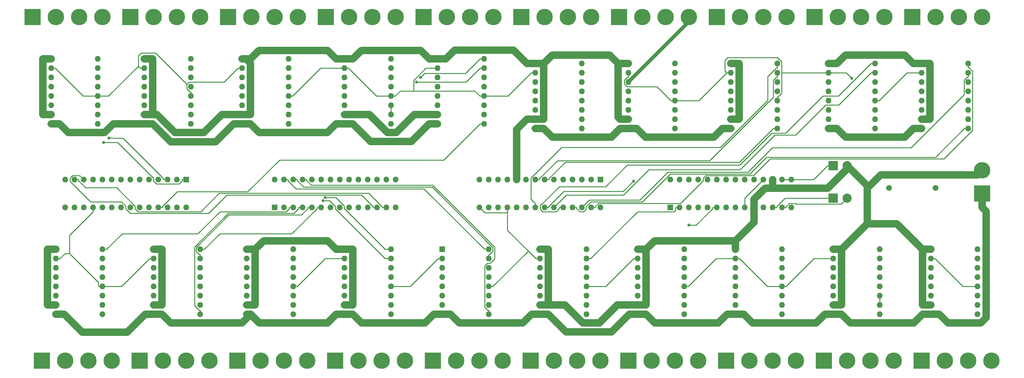
<source format=gbr>
G04 #@! TF.GenerationSoftware,KiCad,Pcbnew,5.1.5-52549c5~84~ubuntu18.04.1*
G04 #@! TF.CreationDate,2020-03-09T20:44:28+01:00*
G04 #@! TF.ProjectId,solarOSE_kicad,736f6c61-724f-4534-955f-6b696361642e,rev?*
G04 #@! TF.SameCoordinates,Original*
G04 #@! TF.FileFunction,Copper,L1,Top*
G04 #@! TF.FilePolarity,Positive*
%FSLAX46Y46*%
G04 Gerber Fmt 4.6, Leading zero omitted, Abs format (unit mm)*
G04 Created by KiCad (PCBNEW 5.1.5-52549c5~84~ubuntu18.04.1) date 2020-03-09 20:44:28*
%MOMM*%
%LPD*%
G04 APERTURE LIST*
%ADD10C,1.600000*%
%ADD11R,1.600000X1.600000*%
%ADD12C,2.499360*%
%ADD13R,2.499360X2.499360*%
%ADD14O,1.600000X1.600000*%
%ADD15R,4.500880X4.500880*%
%ADD16C,4.500880*%
%ADD17C,0.800000*%
%ADD18C,0.250000*%
%ADD19C,2.000000*%
%ADD20C,1.000000*%
G04 APERTURE END LIST*
D10*
X264160000Y-91130000D03*
D11*
X264160000Y-87630000D03*
D10*
X251460000Y-91130000D03*
D11*
X251460000Y-87630000D03*
D12*
X240030000Y-93980000D03*
D13*
X236220000Y-93980000D03*
D12*
X240030000Y-85090000D03*
D13*
X236220000Y-85090000D03*
D14*
X35560000Y-55880000D03*
X22860000Y-73660000D03*
X35560000Y-58420000D03*
X22860000Y-71120000D03*
X35560000Y-60960000D03*
X22860000Y-68580000D03*
X35560000Y-63500000D03*
X22860000Y-66040000D03*
X35560000Y-66040000D03*
X22860000Y-63500000D03*
X35560000Y-68580000D03*
X22860000Y-60960000D03*
X35560000Y-71120000D03*
X22860000Y-58420000D03*
X35560000Y-73660000D03*
D11*
X22860000Y-55880000D03*
X48260000Y-55880000D03*
D14*
X60960000Y-73660000D03*
X48260000Y-58420000D03*
X60960000Y-71120000D03*
X48260000Y-60960000D03*
X60960000Y-68580000D03*
X48260000Y-63500000D03*
X60960000Y-66040000D03*
X48260000Y-66040000D03*
X60960000Y-63500000D03*
X48260000Y-68580000D03*
X60960000Y-60960000D03*
X48260000Y-71120000D03*
X60960000Y-58420000D03*
X48260000Y-73660000D03*
X60960000Y-55880000D03*
D11*
X74930000Y-55880000D03*
D14*
X87630000Y-73660000D03*
X74930000Y-58420000D03*
X87630000Y-71120000D03*
X74930000Y-60960000D03*
X87630000Y-68580000D03*
X74930000Y-63500000D03*
X87630000Y-66040000D03*
X74930000Y-66040000D03*
X87630000Y-63500000D03*
X74930000Y-68580000D03*
X87630000Y-60960000D03*
X74930000Y-71120000D03*
X87630000Y-58420000D03*
X74930000Y-73660000D03*
X87630000Y-55880000D03*
X115570000Y-55880000D03*
X102870000Y-73660000D03*
X115570000Y-58420000D03*
X102870000Y-71120000D03*
X115570000Y-60960000D03*
X102870000Y-68580000D03*
X115570000Y-63500000D03*
X102870000Y-66040000D03*
X115570000Y-66040000D03*
X102870000Y-63500000D03*
X115570000Y-68580000D03*
X102870000Y-60960000D03*
X115570000Y-71120000D03*
X102870000Y-58420000D03*
X115570000Y-73660000D03*
D11*
X102870000Y-55880000D03*
D14*
X140970000Y-55880000D03*
X128270000Y-73660000D03*
X140970000Y-58420000D03*
X128270000Y-71120000D03*
X140970000Y-60960000D03*
X128270000Y-68580000D03*
X140970000Y-63500000D03*
X128270000Y-66040000D03*
X140970000Y-66040000D03*
X128270000Y-63500000D03*
X140970000Y-68580000D03*
X128270000Y-60960000D03*
X140970000Y-71120000D03*
X128270000Y-58420000D03*
X140970000Y-73660000D03*
D11*
X128270000Y-55880000D03*
X154940000Y-57150000D03*
D14*
X167640000Y-74930000D03*
X154940000Y-59690000D03*
X167640000Y-72390000D03*
X154940000Y-62230000D03*
X167640000Y-69850000D03*
X154940000Y-64770000D03*
X167640000Y-67310000D03*
X154940000Y-67310000D03*
X167640000Y-64770000D03*
X154940000Y-69850000D03*
X167640000Y-62230000D03*
X154940000Y-72390000D03*
X167640000Y-59690000D03*
X154940000Y-74930000D03*
X167640000Y-57150000D03*
X193040000Y-57150000D03*
X180340000Y-74930000D03*
X193040000Y-59690000D03*
X180340000Y-72390000D03*
X193040000Y-62230000D03*
X180340000Y-69850000D03*
X193040000Y-64770000D03*
X180340000Y-67310000D03*
X193040000Y-67310000D03*
X180340000Y-64770000D03*
X193040000Y-69850000D03*
X180340000Y-62230000D03*
X193040000Y-72390000D03*
X180340000Y-59690000D03*
X193040000Y-74930000D03*
D11*
X180340000Y-57150000D03*
X208280000Y-57150000D03*
D14*
X220980000Y-74930000D03*
X208280000Y-59690000D03*
X220980000Y-72390000D03*
X208280000Y-62230000D03*
X220980000Y-69850000D03*
X208280000Y-64770000D03*
X220980000Y-67310000D03*
X208280000Y-67310000D03*
X220980000Y-64770000D03*
X208280000Y-69850000D03*
X220980000Y-62230000D03*
X208280000Y-72390000D03*
X220980000Y-59690000D03*
X208280000Y-74930000D03*
X220980000Y-57150000D03*
D11*
X234950000Y-57150000D03*
D14*
X247650000Y-74930000D03*
X234950000Y-59690000D03*
X247650000Y-72390000D03*
X234950000Y-62230000D03*
X247650000Y-69850000D03*
X234950000Y-64770000D03*
X247650000Y-67310000D03*
X234950000Y-67310000D03*
X247650000Y-64770000D03*
X234950000Y-69850000D03*
X247650000Y-62230000D03*
X234950000Y-72390000D03*
X247650000Y-59690000D03*
X234950000Y-74930000D03*
X247650000Y-57150000D03*
X273050000Y-57150000D03*
X260350000Y-74930000D03*
X273050000Y-59690000D03*
X260350000Y-72390000D03*
X273050000Y-62230000D03*
X260350000Y-69850000D03*
X273050000Y-64770000D03*
X260350000Y-67310000D03*
X273050000Y-67310000D03*
X260350000Y-64770000D03*
X273050000Y-69850000D03*
X260350000Y-62230000D03*
X273050000Y-72390000D03*
X260350000Y-59690000D03*
X273050000Y-74930000D03*
D11*
X260350000Y-57150000D03*
X24130000Y-107950000D03*
D14*
X36830000Y-125730000D03*
X24130000Y-110490000D03*
X36830000Y-123190000D03*
X24130000Y-113030000D03*
X36830000Y-120650000D03*
X24130000Y-115570000D03*
X36830000Y-118110000D03*
X24130000Y-118110000D03*
X36830000Y-115570000D03*
X24130000Y-120650000D03*
X36830000Y-113030000D03*
X24130000Y-123190000D03*
X36830000Y-110490000D03*
X24130000Y-125730000D03*
X36830000Y-107950000D03*
X63500000Y-107950000D03*
X50800000Y-125730000D03*
X63500000Y-110490000D03*
X50800000Y-123190000D03*
X63500000Y-113030000D03*
X50800000Y-120650000D03*
X63500000Y-115570000D03*
X50800000Y-118110000D03*
X63500000Y-118110000D03*
X50800000Y-115570000D03*
X63500000Y-120650000D03*
X50800000Y-113030000D03*
X63500000Y-123190000D03*
X50800000Y-110490000D03*
X63500000Y-125730000D03*
D11*
X50800000Y-107950000D03*
X76200000Y-107950000D03*
D14*
X88900000Y-125730000D03*
X76200000Y-110490000D03*
X88900000Y-123190000D03*
X76200000Y-113030000D03*
X88900000Y-120650000D03*
X76200000Y-115570000D03*
X88900000Y-118110000D03*
X76200000Y-118110000D03*
X88900000Y-115570000D03*
X76200000Y-120650000D03*
X88900000Y-113030000D03*
X76200000Y-123190000D03*
X88900000Y-110490000D03*
X76200000Y-125730000D03*
X88900000Y-107950000D03*
X115570000Y-107950000D03*
X102870000Y-125730000D03*
X115570000Y-110490000D03*
X102870000Y-123190000D03*
X115570000Y-113030000D03*
X102870000Y-120650000D03*
X115570000Y-115570000D03*
X102870000Y-118110000D03*
X115570000Y-118110000D03*
X102870000Y-115570000D03*
X115570000Y-120650000D03*
X102870000Y-113030000D03*
X115570000Y-123190000D03*
X102870000Y-110490000D03*
X115570000Y-125730000D03*
D11*
X102870000Y-107950000D03*
X129540000Y-107950000D03*
D14*
X142240000Y-125730000D03*
X129540000Y-110490000D03*
X142240000Y-123190000D03*
X129540000Y-113030000D03*
X142240000Y-120650000D03*
X129540000Y-115570000D03*
X142240000Y-118110000D03*
X129540000Y-118110000D03*
X142240000Y-115570000D03*
X129540000Y-120650000D03*
X142240000Y-113030000D03*
X129540000Y-123190000D03*
X142240000Y-110490000D03*
X129540000Y-125730000D03*
X142240000Y-107950000D03*
X168910000Y-107950000D03*
X156210000Y-125730000D03*
X168910000Y-110490000D03*
X156210000Y-123190000D03*
X168910000Y-113030000D03*
X156210000Y-120650000D03*
X168910000Y-115570000D03*
X156210000Y-118110000D03*
X168910000Y-118110000D03*
X156210000Y-115570000D03*
X168910000Y-120650000D03*
X156210000Y-113030000D03*
X168910000Y-123190000D03*
X156210000Y-110490000D03*
X168910000Y-125730000D03*
D11*
X156210000Y-107950000D03*
X182880000Y-107950000D03*
D14*
X195580000Y-125730000D03*
X182880000Y-110490000D03*
X195580000Y-123190000D03*
X182880000Y-113030000D03*
X195580000Y-120650000D03*
X182880000Y-115570000D03*
X195580000Y-118110000D03*
X182880000Y-118110000D03*
X195580000Y-115570000D03*
X182880000Y-120650000D03*
X195580000Y-113030000D03*
X182880000Y-123190000D03*
X195580000Y-110490000D03*
X182880000Y-125730000D03*
X195580000Y-107950000D03*
X222250000Y-107950000D03*
X209550000Y-125730000D03*
X222250000Y-110490000D03*
X209550000Y-123190000D03*
X222250000Y-113030000D03*
X209550000Y-120650000D03*
X222250000Y-115570000D03*
X209550000Y-118110000D03*
X222250000Y-118110000D03*
X209550000Y-115570000D03*
X222250000Y-120650000D03*
X209550000Y-113030000D03*
X222250000Y-123190000D03*
X209550000Y-110490000D03*
X222250000Y-125730000D03*
D11*
X209550000Y-107950000D03*
X236220000Y-107950000D03*
D14*
X248920000Y-125730000D03*
X236220000Y-110490000D03*
X248920000Y-123190000D03*
X236220000Y-113030000D03*
X248920000Y-120650000D03*
X236220000Y-115570000D03*
X248920000Y-118110000D03*
X236220000Y-118110000D03*
X248920000Y-115570000D03*
X236220000Y-120650000D03*
X248920000Y-113030000D03*
X236220000Y-123190000D03*
X248920000Y-110490000D03*
X236220000Y-125730000D03*
X248920000Y-107950000D03*
X275590000Y-107950000D03*
X262890000Y-125730000D03*
X275590000Y-110490000D03*
X262890000Y-123190000D03*
X275590000Y-113030000D03*
X262890000Y-120650000D03*
X275590000Y-115570000D03*
X262890000Y-118110000D03*
X275590000Y-118110000D03*
X262890000Y-115570000D03*
X275590000Y-120650000D03*
X262890000Y-113030000D03*
X275590000Y-123190000D03*
X262890000Y-110490000D03*
X275590000Y-125730000D03*
D11*
X262890000Y-107950000D03*
D15*
X276860000Y-92710000D03*
D16*
X276860000Y-86360000D03*
D15*
X17780000Y-44450000D03*
D16*
X24130000Y-44450000D03*
X30480000Y-44450000D03*
X36830000Y-44450000D03*
X63500000Y-44450000D03*
X57150000Y-44450000D03*
X50800000Y-44450000D03*
D15*
X44450000Y-44450000D03*
X71120000Y-44450000D03*
D16*
X77470000Y-44450000D03*
X83820000Y-44450000D03*
X90170000Y-44450000D03*
D15*
X97790000Y-44450000D03*
D16*
X104140000Y-44450000D03*
X110490000Y-44450000D03*
X116840000Y-44450000D03*
X143510000Y-44450000D03*
X137160000Y-44450000D03*
X130810000Y-44450000D03*
D15*
X124460000Y-44450000D03*
X151130000Y-44450000D03*
D16*
X157480000Y-44450000D03*
X163830000Y-44450000D03*
X170180000Y-44450000D03*
X196850000Y-44450000D03*
X190500000Y-44450000D03*
X184150000Y-44450000D03*
D15*
X177800000Y-44450000D03*
X204470000Y-44450000D03*
D16*
X210820000Y-44450000D03*
X217170000Y-44450000D03*
X223520000Y-44450000D03*
X250190000Y-44450000D03*
X243840000Y-44450000D03*
X237490000Y-44450000D03*
D15*
X231140000Y-44450000D03*
X257810000Y-44450000D03*
D16*
X264160000Y-44450000D03*
X270510000Y-44450000D03*
X276860000Y-44450000D03*
X39370000Y-138430000D03*
X33020000Y-138430000D03*
X26670000Y-138430000D03*
D15*
X20320000Y-138430000D03*
X46990000Y-138430000D03*
D16*
X53340000Y-138430000D03*
X59690000Y-138430000D03*
X66040000Y-138430000D03*
X92710000Y-138430000D03*
X86360000Y-138430000D03*
X80010000Y-138430000D03*
D15*
X73660000Y-138430000D03*
X100330000Y-138430000D03*
D16*
X106680000Y-138430000D03*
X113030000Y-138430000D03*
X119380000Y-138430000D03*
X146050000Y-138430000D03*
X139700000Y-138430000D03*
X133350000Y-138430000D03*
D15*
X127000000Y-138430000D03*
X153670000Y-138430000D03*
D16*
X160020000Y-138430000D03*
X166370000Y-138430000D03*
X172720000Y-138430000D03*
X199390000Y-138430000D03*
X193040000Y-138430000D03*
X186690000Y-138430000D03*
D15*
X180340000Y-138430000D03*
D16*
X226060000Y-138430000D03*
X219710000Y-138430000D03*
X213360000Y-138430000D03*
D15*
X207010000Y-138430000D03*
X233680000Y-138430000D03*
D16*
X240030000Y-138430000D03*
X246380000Y-138430000D03*
X252730000Y-138430000D03*
X279400000Y-138430000D03*
X273050000Y-138430000D03*
X266700000Y-138430000D03*
D15*
X260350000Y-138430000D03*
D11*
X59690000Y-88900000D03*
D14*
X26670000Y-96520000D03*
X57150000Y-88900000D03*
X29210000Y-96520000D03*
X54610000Y-88900000D03*
X31750000Y-96520000D03*
X52070000Y-88900000D03*
X34290000Y-96520000D03*
X49530000Y-88900000D03*
X36830000Y-96520000D03*
X46990000Y-88900000D03*
X39370000Y-96520000D03*
X44450000Y-88900000D03*
X41910000Y-96520000D03*
X41910000Y-88900000D03*
X44450000Y-96520000D03*
X39370000Y-88900000D03*
X46990000Y-96520000D03*
X36830000Y-88900000D03*
X49530000Y-96520000D03*
X34290000Y-88900000D03*
X52070000Y-96520000D03*
X31750000Y-88900000D03*
X54610000Y-96520000D03*
X29210000Y-88900000D03*
X57150000Y-96520000D03*
X26670000Y-88900000D03*
X59690000Y-96520000D03*
X172720000Y-96520000D03*
X139700000Y-88900000D03*
X170180000Y-96520000D03*
X142240000Y-88900000D03*
X167640000Y-96520000D03*
X144780000Y-88900000D03*
X165100000Y-96520000D03*
X147320000Y-88900000D03*
X162560000Y-96520000D03*
X149860000Y-88900000D03*
X160020000Y-96520000D03*
X152400000Y-88900000D03*
X157480000Y-96520000D03*
X154940000Y-88900000D03*
X154940000Y-96520000D03*
X157480000Y-88900000D03*
X152400000Y-96520000D03*
X160020000Y-88900000D03*
X149860000Y-96520000D03*
X162560000Y-88900000D03*
X147320000Y-96520000D03*
X165100000Y-88900000D03*
X144780000Y-96520000D03*
X167640000Y-88900000D03*
X142240000Y-96520000D03*
X170180000Y-88900000D03*
X139700000Y-96520000D03*
D11*
X172720000Y-88900000D03*
X83820000Y-96520000D03*
D14*
X116840000Y-88900000D03*
X86360000Y-96520000D03*
X114300000Y-88900000D03*
X88900000Y-96520000D03*
X111760000Y-88900000D03*
X91440000Y-96520000D03*
X109220000Y-88900000D03*
X93980000Y-96520000D03*
X106680000Y-88900000D03*
X96520000Y-96520000D03*
X104140000Y-88900000D03*
X99060000Y-96520000D03*
X101600000Y-88900000D03*
X101600000Y-96520000D03*
X99060000Y-88900000D03*
X104140000Y-96520000D03*
X96520000Y-88900000D03*
X106680000Y-96520000D03*
X93980000Y-88900000D03*
X109220000Y-96520000D03*
X91440000Y-88900000D03*
X111760000Y-96520000D03*
X88900000Y-88900000D03*
X114300000Y-96520000D03*
X86360000Y-88900000D03*
X116840000Y-96520000D03*
X83820000Y-88900000D03*
X191770000Y-88900000D03*
X224790000Y-96520000D03*
X194310000Y-88900000D03*
X222250000Y-96520000D03*
X196850000Y-88900000D03*
X219710000Y-96520000D03*
X199390000Y-88900000D03*
X217170000Y-96520000D03*
X201930000Y-88900000D03*
X214630000Y-96520000D03*
X204470000Y-88900000D03*
X212090000Y-96520000D03*
X207010000Y-88900000D03*
X209550000Y-96520000D03*
X209550000Y-88900000D03*
X207010000Y-96520000D03*
X212090000Y-88900000D03*
X204470000Y-96520000D03*
X214630000Y-88900000D03*
X201930000Y-96520000D03*
X217170000Y-88900000D03*
X199390000Y-96520000D03*
X219710000Y-88900000D03*
X196850000Y-96520000D03*
X222250000Y-88900000D03*
X194310000Y-96520000D03*
X224790000Y-88900000D03*
D11*
X191770000Y-96520000D03*
D17*
X38558400Y-77545500D03*
X241273600Y-61168100D03*
X37112700Y-78731700D03*
X123561800Y-60961000D03*
X122503400Y-62220900D03*
X181731300Y-89286900D03*
X97600200Y-93822200D03*
X96983600Y-94667800D03*
X196855100Y-101328700D03*
D18*
X54610000Y-88900000D02*
X53484700Y-88900000D01*
X38558400Y-77545500D02*
X42411500Y-77545500D01*
X42411500Y-77545500D02*
X53484700Y-88618700D01*
X53484700Y-88618700D02*
X53484700Y-88900000D01*
D19*
X45959700Y-73660000D02*
X39756600Y-73660000D01*
X39756600Y-73660000D02*
X37436600Y-75980000D01*
X37436600Y-75980000D02*
X27480300Y-75980000D01*
X27480300Y-75980000D02*
X25160300Y-73660000D01*
X48260000Y-73660000D02*
X45959700Y-73660000D01*
X49410200Y-73660000D02*
X48260000Y-73660000D01*
X22860000Y-73660000D02*
X25160300Y-73660000D01*
X180340000Y-74930000D02*
X182640300Y-74930000D01*
X208280000Y-74930000D02*
X205979700Y-74930000D01*
X205979700Y-74930000D02*
X203657000Y-77252700D01*
X203657000Y-77252700D02*
X184963000Y-77252700D01*
X184963000Y-77252700D02*
X182640300Y-74930000D01*
X158510300Y-125730000D02*
X163311000Y-130530700D01*
X163311000Y-130530700D02*
X175779000Y-130530700D01*
X175779000Y-130530700D02*
X180579700Y-125730000D01*
X102870000Y-73660000D02*
X105170300Y-73660000D01*
X128270000Y-73660000D02*
X125969700Y-73660000D01*
X125969700Y-73660000D02*
X121165200Y-78464500D01*
X121165200Y-78464500D02*
X109974800Y-78464500D01*
X109974800Y-78464500D02*
X105170300Y-73660000D01*
X74930000Y-73660000D02*
X77230300Y-73660000D01*
X102870000Y-73660000D02*
X100569700Y-73660000D01*
X100569700Y-73660000D02*
X98239400Y-75990300D01*
X98239400Y-75990300D02*
X79560600Y-75990300D01*
X79560600Y-75990300D02*
X77230300Y-73660000D01*
X49410200Y-73660000D02*
X50560300Y-73660000D01*
X74930000Y-73660000D02*
X72629700Y-73660000D01*
X72629700Y-73660000D02*
X67751200Y-78538500D01*
X67751200Y-78538500D02*
X55438800Y-78538500D01*
X55438800Y-78538500D02*
X50560300Y-73660000D01*
X258049700Y-74930000D02*
X255749400Y-77230300D01*
X255749400Y-77230300D02*
X239550600Y-77230300D01*
X239550600Y-77230300D02*
X237250300Y-74930000D01*
X209550000Y-125730000D02*
X207249700Y-125730000D01*
X209550000Y-125730000D02*
X211850300Y-125730000D01*
X211850300Y-125730000D02*
X214150700Y-128030400D01*
X214150700Y-128030400D02*
X231619300Y-128030400D01*
X231619300Y-128030400D02*
X233919700Y-125730000D01*
X207249700Y-125730000D02*
X204898500Y-128081200D01*
X204898500Y-128081200D02*
X187531500Y-128081200D01*
X187531500Y-128081200D02*
X185180300Y-125730000D01*
X182880000Y-125730000D02*
X185180300Y-125730000D01*
X236220000Y-125730000D02*
X233919700Y-125730000D01*
X237370200Y-125730000D02*
X236220000Y-125730000D01*
X262890000Y-125730000D02*
X265190300Y-125730000D01*
X276860000Y-92710000D02*
X276860000Y-96460700D01*
X276860000Y-96460700D02*
X277926800Y-97527500D01*
X277926800Y-97527500D02*
X277926800Y-126649500D01*
X277926800Y-126649500D02*
X276545900Y-128030400D01*
X276545900Y-128030400D02*
X267490700Y-128030400D01*
X267490700Y-128030400D02*
X265190300Y-125730000D01*
X156210000Y-125730000D02*
X153909700Y-125730000D01*
X129540000Y-125730000D02*
X131840300Y-125730000D01*
X131840300Y-125730000D02*
X134174400Y-128064100D01*
X134174400Y-128064100D02*
X151575600Y-128064100D01*
X151575600Y-128064100D02*
X153909700Y-125730000D01*
X128389900Y-125730000D02*
X129540000Y-125730000D01*
X128389900Y-125730000D02*
X127239700Y-125730000D01*
X156210000Y-125730000D02*
X158510300Y-125730000D01*
X182880000Y-125730000D02*
X180579700Y-125730000D01*
X77250100Y-125730000D02*
X79550500Y-128030400D01*
X79550500Y-128030400D02*
X98269300Y-128030400D01*
X98269300Y-128030400D02*
X100569700Y-125730000D01*
X102870000Y-125730000D02*
X100569700Y-125730000D01*
X77250100Y-125730000D02*
X74916000Y-128064100D01*
X74916000Y-128064100D02*
X55434400Y-128064100D01*
X55434400Y-128064100D02*
X53100300Y-125730000D01*
X127239700Y-125730000D02*
X124888500Y-128081200D01*
X124888500Y-128081200D02*
X107521500Y-128081200D01*
X107521500Y-128081200D02*
X105170300Y-125730000D01*
X102870000Y-125730000D02*
X105170300Y-125730000D01*
X50800000Y-125730000D02*
X53100300Y-125730000D01*
X76200000Y-125730000D02*
X77250100Y-125730000D01*
X50800000Y-125730000D02*
X48499700Y-125730000D01*
X24130000Y-125730000D02*
X26430300Y-125730000D01*
X26430300Y-125730000D02*
X31306500Y-130606200D01*
X31306500Y-130606200D02*
X43623500Y-130606200D01*
X43623500Y-130606200D02*
X48499700Y-125730000D01*
X234950000Y-74930000D02*
X237250300Y-74930000D01*
X260350000Y-74930000D02*
X258049700Y-74930000D01*
X154940000Y-74930000D02*
X157240300Y-74930000D01*
X180340000Y-74930000D02*
X178039700Y-74930000D01*
X178039700Y-74930000D02*
X175735100Y-77234600D01*
X175735100Y-77234600D02*
X159544900Y-77234600D01*
X159544900Y-77234600D02*
X157240300Y-74930000D01*
X237370200Y-125730000D02*
X238520300Y-125730000D01*
X238520300Y-125730000D02*
X240862000Y-128071700D01*
X240862000Y-128071700D02*
X258248000Y-128071700D01*
X258248000Y-128071700D02*
X260589700Y-125730000D01*
X262890000Y-125730000D02*
X260589700Y-125730000D01*
X182880000Y-123190000D02*
X185180300Y-123190000D01*
X185180300Y-107950000D02*
X185180300Y-123190000D01*
X184555200Y-107950000D02*
X185180300Y-107950000D01*
X182880000Y-107950000D02*
X184555200Y-107950000D01*
X177536500Y-57150000D02*
X178039700Y-57150000D01*
X157240300Y-57150000D02*
X159540600Y-54849700D01*
X159540600Y-54849700D02*
X175236200Y-54849700D01*
X175236200Y-54849700D02*
X177536500Y-57150000D01*
X177536500Y-57150000D02*
X177536500Y-71886800D01*
X177536500Y-71886800D02*
X178039700Y-72390000D01*
X180340000Y-72390000D02*
X178039700Y-72390000D01*
X180340000Y-57150000D02*
X178039700Y-57150000D01*
X157240300Y-72390000D02*
X157240300Y-57150000D01*
X182880000Y-123190000D02*
X177300100Y-123190000D01*
X177300100Y-123190000D02*
X172459700Y-128030400D01*
X172459700Y-128030400D02*
X167886900Y-128030400D01*
X167886900Y-128030400D02*
X163046500Y-123190000D01*
X163046500Y-123190000D02*
X158510300Y-123190000D01*
X156210000Y-123190000D02*
X158510300Y-123190000D01*
X156210000Y-107950000D02*
X158510300Y-107950000D01*
X158510300Y-107950000D02*
X158510300Y-123190000D01*
X50560300Y-71120000D02*
X48260000Y-71120000D01*
X74930000Y-71120000D02*
X69399600Y-71120000D01*
X69399600Y-71120000D02*
X64509700Y-76009900D01*
X64509700Y-76009900D02*
X56600400Y-76009900D01*
X56600400Y-76009900D02*
X51710500Y-71120000D01*
X51710500Y-71120000D02*
X50560300Y-71120000D01*
X50560300Y-55880000D02*
X50560300Y-71120000D01*
X48260000Y-55880000D02*
X50560300Y-55880000D01*
X74930000Y-71120000D02*
X77230300Y-71120000D01*
X76080200Y-55880000D02*
X77230300Y-57030100D01*
X77230300Y-57030100D02*
X77230300Y-71120000D01*
X76080200Y-55880000D02*
X77230300Y-55880000D01*
X74930000Y-55880000D02*
X76080200Y-55880000D01*
X50800000Y-123190000D02*
X53100300Y-123190000D01*
X50800000Y-107950000D02*
X53100300Y-107950000D01*
X53100300Y-107950000D02*
X53100300Y-123190000D01*
X260350000Y-72390000D02*
X262650300Y-72390000D01*
X260350000Y-57150000D02*
X262650300Y-57150000D01*
X262650300Y-57150000D02*
X262650300Y-72390000D01*
X259907900Y-57150000D02*
X260350000Y-57150000D01*
X259907900Y-57150000D02*
X258049700Y-57150000D01*
X208280000Y-57150000D02*
X210580300Y-57150000D01*
X208280000Y-72390000D02*
X210580300Y-72390000D01*
X210580300Y-72390000D02*
X210580300Y-57150000D01*
X209550000Y-105649700D02*
X187480600Y-105649700D01*
X187480600Y-105649700D02*
X185180300Y-107950000D01*
X128270000Y-71120000D02*
X121869500Y-71120000D01*
X121869500Y-71120000D02*
X117028600Y-75960900D01*
X117028600Y-75960900D02*
X114547400Y-75960900D01*
X114547400Y-75960900D02*
X109706500Y-71120000D01*
X109706500Y-71120000D02*
X102870000Y-71120000D01*
X260589700Y-107950000D02*
X260589700Y-123190000D01*
X245520100Y-100950200D02*
X253589900Y-100950200D01*
X253589900Y-100950200D02*
X260589700Y-107950000D01*
X262890000Y-123190000D02*
X260589700Y-123190000D01*
X245520100Y-100950200D02*
X238520300Y-107950000D01*
X245520100Y-90580100D02*
X245520100Y-100950200D01*
X262890000Y-107950000D02*
X260589700Y-107950000D01*
X245520100Y-90580100D02*
X240445800Y-85505700D01*
X249159700Y-87630000D02*
X246209600Y-90580100D01*
X246209600Y-90580100D02*
X245520100Y-90580100D01*
X214630000Y-96520000D02*
X214630000Y-94219700D01*
X219710000Y-91200300D02*
X217649400Y-91200300D01*
X217649400Y-91200300D02*
X214630000Y-94219700D01*
X240445800Y-85505700D02*
X234751200Y-91200300D01*
X234751200Y-91200300D02*
X219710000Y-91200300D01*
X209550000Y-107950000D02*
X209550000Y-105649700D01*
X214630000Y-96520000D02*
X214630000Y-100569700D01*
X214630000Y-100569700D02*
X209550000Y-105649700D01*
X240445800Y-85505700D02*
X240030000Y-85090000D01*
X128270000Y-55880000D02*
X130570300Y-55880000D01*
X130570300Y-55880000D02*
X132939900Y-53510400D01*
X132939900Y-53510400D02*
X149000100Y-53510400D01*
X149000100Y-53510400D02*
X152639700Y-57150000D01*
X128270000Y-55880000D02*
X127119900Y-55880000D01*
X102870000Y-123190000D02*
X105170300Y-123190000D01*
X102870000Y-107950000D02*
X105170300Y-107950000D01*
X105170300Y-107950000D02*
X105170300Y-123190000D01*
X102345000Y-107950000D02*
X102870000Y-107950000D01*
X102345000Y-107950000D02*
X100569700Y-107950000D01*
X78500300Y-123190000D02*
X78500300Y-107950000D01*
X100569700Y-107950000D02*
X98269400Y-105649700D01*
X98269400Y-105649700D02*
X80800600Y-105649700D01*
X80800600Y-105649700D02*
X78500300Y-107950000D01*
X76200000Y-123190000D02*
X78500300Y-123190000D01*
X76200000Y-107950000D02*
X78500300Y-107950000D01*
X251460000Y-87630000D02*
X249159700Y-87630000D01*
X238520300Y-123190000D02*
X238520300Y-107950000D01*
X154940000Y-57150000D02*
X152639700Y-57150000D01*
X127119900Y-55880000D02*
X125969700Y-55880000D01*
X154940000Y-57150000D02*
X157240300Y-57150000D01*
X264160000Y-87630000D02*
X275590000Y-87630000D01*
X275590000Y-87630000D02*
X276860000Y-86360000D01*
X251460000Y-87630000D02*
X264160000Y-87630000D01*
X236220000Y-123190000D02*
X238520300Y-123190000D01*
X236220000Y-107950000D02*
X238520300Y-107950000D01*
X219710000Y-88900000D02*
X219710000Y-91200300D01*
X102870000Y-55880000D02*
X105170300Y-55880000D01*
X105170300Y-55880000D02*
X107470600Y-53579700D01*
X107470600Y-53579700D02*
X123669400Y-53579700D01*
X123669400Y-53579700D02*
X125969700Y-55880000D01*
X102345000Y-55880000D02*
X100569700Y-55880000D01*
X102345000Y-55880000D02*
X102870000Y-55880000D01*
X77230300Y-55880000D02*
X79530600Y-53579700D01*
X79530600Y-53579700D02*
X98269400Y-53579700D01*
X98269400Y-53579700D02*
X100569700Y-55880000D01*
X234950000Y-57150000D02*
X237250300Y-57150000D01*
X237250300Y-57150000D02*
X239550600Y-54849700D01*
X239550600Y-54849700D02*
X255749400Y-54849700D01*
X255749400Y-54849700D02*
X258049700Y-57150000D01*
X22860000Y-55880000D02*
X20559700Y-55880000D01*
X22860000Y-71120000D02*
X20559700Y-71120000D01*
X20559700Y-71120000D02*
X20559700Y-55880000D01*
X154940000Y-72390000D02*
X152639700Y-72390000D01*
X152639700Y-72390000D02*
X149860000Y-75169700D01*
X149860000Y-75169700D02*
X149860000Y-88900000D01*
X155326100Y-72390000D02*
X154940000Y-72390000D01*
X155326100Y-72390000D02*
X157240300Y-72390000D01*
X24130000Y-107950000D02*
X21829700Y-107950000D01*
X24130000Y-123190000D02*
X21829700Y-123190000D01*
X21829700Y-123190000D02*
X21829700Y-107950000D01*
D18*
X50800000Y-110490000D02*
X49674700Y-110490000D01*
X49674700Y-110490000D02*
X42054700Y-118110000D01*
X42054700Y-118110000D02*
X36830000Y-118110000D01*
X22860000Y-58420000D02*
X23985300Y-58420000D01*
X23985300Y-58420000D02*
X31605300Y-66040000D01*
X31605300Y-66040000D02*
X35560000Y-66040000D01*
X46606000Y-57891300D02*
X47134700Y-58420000D01*
X59834700Y-62830500D02*
X51253900Y-54249700D01*
X51253900Y-54249700D02*
X47397300Y-54249700D01*
X47397300Y-54249700D02*
X46606000Y-55041000D01*
X46606000Y-55041000D02*
X46606000Y-57891300D01*
X46606000Y-57891300D02*
X38457300Y-66040000D01*
X38457300Y-66040000D02*
X36685300Y-66040000D01*
X48260000Y-58420000D02*
X47134700Y-58420000D01*
X35560000Y-66040000D02*
X36685300Y-66040000D01*
X74930000Y-58420000D02*
X73804700Y-58420000D01*
X59834700Y-62830500D02*
X59834700Y-64070800D01*
X59834700Y-64070800D02*
X60678600Y-64914700D01*
X60678600Y-64914700D02*
X60960000Y-64914700D01*
X73804700Y-58420000D02*
X69994700Y-62230000D01*
X69994700Y-62230000D02*
X60435200Y-62230000D01*
X60435200Y-62230000D02*
X59834700Y-62830500D01*
X262890000Y-110490000D02*
X264015300Y-110490000D01*
X264015300Y-110490000D02*
X271635300Y-118110000D01*
X271635300Y-118110000D02*
X275590000Y-118110000D01*
X241273600Y-61168100D02*
X239795500Y-59690000D01*
X239795500Y-59690000D02*
X234950000Y-59690000D01*
X222112800Y-59690000D02*
X222112800Y-56667700D01*
X222112800Y-56667700D02*
X220969700Y-55524600D01*
X220969700Y-55524600D02*
X207392500Y-55524600D01*
X207392500Y-55524600D02*
X206640200Y-56276900D01*
X206640200Y-56276900D02*
X206640200Y-59175500D01*
X206640200Y-59175500D02*
X207154700Y-59690000D01*
X220980000Y-66184700D02*
X221192500Y-66184700D01*
X221192500Y-66184700D02*
X222112800Y-65264400D01*
X222112800Y-65264400D02*
X222112800Y-59690000D01*
X233824700Y-59690000D02*
X222112800Y-59690000D01*
X220980000Y-67310000D02*
X220980000Y-66184700D01*
X60960000Y-66040000D02*
X60960000Y-64914700D01*
X129540000Y-110490000D02*
X128414700Y-110490000D01*
X128414700Y-110490000D02*
X120794700Y-118110000D01*
X120794700Y-118110000D02*
X115570000Y-118110000D01*
X121741700Y-64625400D02*
X118109900Y-64625400D01*
X118109900Y-64625400D02*
X116695300Y-66040000D01*
X139844700Y-66040000D02*
X138430100Y-64625400D01*
X138430100Y-64625400D02*
X121741700Y-64625400D01*
X121741700Y-64625400D02*
X121741700Y-61737500D01*
X121741700Y-61737500D02*
X125059200Y-58420000D01*
X125059200Y-58420000D02*
X128270000Y-58420000D01*
X140970000Y-66040000D02*
X139844700Y-66040000D01*
X153814700Y-59690000D02*
X147464700Y-66040000D01*
X147464700Y-66040000D02*
X140970000Y-66040000D01*
X115570000Y-66040000D02*
X116695300Y-66040000D01*
X103995300Y-58420000D02*
X111615300Y-66040000D01*
X111615300Y-66040000D02*
X115570000Y-66040000D01*
X247650000Y-67310000D02*
X248775300Y-67310000D01*
X248775300Y-67310000D02*
X256395300Y-59690000D01*
X256395300Y-59690000D02*
X259224700Y-59690000D01*
X260350000Y-59690000D02*
X259224700Y-59690000D01*
X209550000Y-110490000D02*
X210675300Y-110490000D01*
X210675300Y-110490000D02*
X218295300Y-118110000D01*
X218295300Y-118110000D02*
X221124700Y-118110000D01*
X196705300Y-118110000D02*
X204325300Y-110490000D01*
X204325300Y-110490000D02*
X209550000Y-110490000D01*
X222250000Y-118110000D02*
X221124700Y-118110000D01*
X102870000Y-58420000D02*
X103995300Y-58420000D01*
X88755300Y-66040000D02*
X96375300Y-58420000D01*
X96375300Y-58420000D02*
X102870000Y-58420000D01*
X234950000Y-59690000D02*
X233824700Y-59690000D01*
X191914700Y-67310000D02*
X188104700Y-63500000D01*
X188104700Y-63500000D02*
X179985900Y-63500000D01*
X179985900Y-63500000D02*
X179214700Y-62728800D01*
X179214700Y-62728800D02*
X179214700Y-61659200D01*
X179214700Y-61659200D02*
X180058600Y-60815300D01*
X180058600Y-60815300D02*
X180340000Y-60815300D01*
X180340000Y-59690000D02*
X180340000Y-60815300D01*
X193040000Y-67310000D02*
X191914700Y-67310000D01*
X207154700Y-59690000D02*
X199534700Y-67310000D01*
X199534700Y-67310000D02*
X193040000Y-67310000D01*
X153035000Y-108440300D02*
X147320000Y-102725300D01*
X147320000Y-102725300D02*
X147320000Y-97946300D01*
X155084700Y-110490000D02*
X153035000Y-108440300D01*
X153035000Y-108440300D02*
X143365300Y-118110000D01*
X142240000Y-118110000D02*
X143365300Y-118110000D01*
X156210000Y-110490000D02*
X155084700Y-110490000D01*
X147320000Y-97946300D02*
X147320000Y-97645300D01*
X139700000Y-96520000D02*
X141126300Y-97946300D01*
X141126300Y-97946300D02*
X147320000Y-97946300D01*
X222250000Y-118110000D02*
X223375300Y-118110000D01*
X223375300Y-118110000D02*
X230995300Y-110490000D01*
X230995300Y-110490000D02*
X235094700Y-110490000D01*
X236220000Y-110490000D02*
X235094700Y-110490000D01*
X236220000Y-85090000D02*
X234645000Y-85090000D01*
X224790000Y-88900000D02*
X230835000Y-88900000D01*
X230835000Y-88900000D02*
X234645000Y-85090000D01*
X222250000Y-88900000D02*
X224790000Y-88900000D01*
X212090000Y-96520000D02*
X212090000Y-93980000D01*
X212090000Y-93980000D02*
X217170000Y-88900000D01*
X195580000Y-118110000D02*
X196705300Y-118110000D01*
X208280000Y-59690000D02*
X207154700Y-59690000D01*
X147320000Y-96520000D02*
X147320000Y-97645300D01*
X87630000Y-66040000D02*
X88755300Y-66040000D01*
X34290000Y-96520000D02*
X34290000Y-97645300D01*
X36830000Y-118110000D02*
X35704700Y-118110000D01*
X27820100Y-109100100D02*
X27820100Y-104115200D01*
X27820100Y-104115200D02*
X34290000Y-97645300D01*
X35704700Y-118110000D02*
X35704700Y-116984700D01*
X35704700Y-116984700D02*
X27820100Y-109100100D01*
X27820100Y-109100100D02*
X26645200Y-109100100D01*
X26645200Y-109100100D02*
X25255300Y-110490000D01*
X24130000Y-110490000D02*
X25255300Y-110490000D01*
X248920000Y-120650000D02*
X248920000Y-123190000D01*
X154940000Y-59690000D02*
X153814700Y-59690000D01*
X115570000Y-71120000D02*
X115570000Y-68580000D01*
X182880000Y-110490000D02*
X181754700Y-110490000D01*
X181754700Y-110490000D02*
X174134700Y-118110000D01*
X174134700Y-118110000D02*
X168910000Y-118110000D01*
X88900000Y-118110000D02*
X90025300Y-118110000D01*
X90025300Y-118110000D02*
X97645300Y-110490000D01*
X97645300Y-110490000D02*
X102870000Y-110490000D01*
X37112700Y-78731700D02*
X40982100Y-78731700D01*
X40982100Y-78731700D02*
X50800000Y-88549600D01*
X50800000Y-88549600D02*
X50800000Y-89256400D01*
X50800000Y-89256400D02*
X51587800Y-90044200D01*
X51587800Y-90044200D02*
X57701800Y-90044200D01*
X57701800Y-90044200D02*
X58564700Y-89181300D01*
X58564700Y-89181300D02*
X58564700Y-88900000D01*
X59690000Y-88900000D02*
X58564700Y-88900000D01*
X123561800Y-60961000D02*
X124688200Y-59834600D01*
X124688200Y-59834600D02*
X135890100Y-59834600D01*
X135890100Y-59834600D02*
X139844700Y-55880000D01*
X140970000Y-55880000D02*
X139844700Y-55880000D01*
X140970000Y-58420000D02*
X139844700Y-58420000D01*
X122503400Y-62220900D02*
X136043800Y-62220900D01*
X136043800Y-62220900D02*
X139844700Y-58420000D01*
X140970000Y-73660000D02*
X139844700Y-73660000D01*
X52070000Y-96520000D02*
X53195300Y-96520000D01*
X53195300Y-96520000D02*
X53195300Y-96238700D01*
X53195300Y-96238700D02*
X57246200Y-92187800D01*
X57246200Y-92187800D02*
X76471700Y-92187800D01*
X76471700Y-92187800D02*
X85124200Y-83535300D01*
X85124200Y-83535300D02*
X129969400Y-83535300D01*
X129969400Y-83535300D02*
X139844700Y-73660000D01*
D20*
X196850000Y-44450000D02*
X196850000Y-45720000D01*
X196850000Y-45720000D02*
X180340000Y-62230000D01*
D18*
X219854700Y-74930000D02*
X210667300Y-84117400D01*
X210667300Y-84117400D02*
X163106500Y-84117400D01*
X163106500Y-84117400D02*
X158605300Y-88618600D01*
X158605300Y-88618600D02*
X158605300Y-88900000D01*
X220980000Y-74930000D02*
X219854700Y-74930000D01*
X157480000Y-88900000D02*
X158605300Y-88900000D01*
X220980000Y-59690000D02*
X220980000Y-60815300D01*
X154940000Y-88900000D02*
X156065300Y-88900000D01*
X156065300Y-88900000D02*
X156065300Y-88618700D01*
X156065300Y-88618700D02*
X161017000Y-83667000D01*
X161017000Y-83667000D02*
X202505000Y-83667000D01*
X202505000Y-83667000D02*
X219854700Y-66317300D01*
X219854700Y-66317300D02*
X219854700Y-61659200D01*
X219854700Y-61659200D02*
X220698600Y-60815300D01*
X220698600Y-60815300D02*
X220980000Y-60815300D01*
X220980000Y-57150000D02*
X220980000Y-58275300D01*
X154940000Y-96520000D02*
X154940000Y-95394700D01*
X154940000Y-95394700D02*
X153763300Y-94218000D01*
X153763300Y-94218000D02*
X153763300Y-88419100D01*
X153763300Y-88419100D02*
X162087600Y-80094800D01*
X162087600Y-80094800D02*
X205440300Y-80094800D01*
X205440300Y-80094800D02*
X218337800Y-67197300D01*
X218337800Y-67197300D02*
X218337800Y-60636200D01*
X218337800Y-60636200D02*
X220698700Y-58275300D01*
X220698700Y-58275300D02*
X220980000Y-58275300D01*
X157480000Y-96520000D02*
X158605300Y-96520000D01*
X158605300Y-96520000D02*
X158605300Y-96238700D01*
X158605300Y-96238700D02*
X162719600Y-92124400D01*
X162719600Y-92124400D02*
X178893800Y-92124400D01*
X178893800Y-92124400D02*
X181731300Y-89286900D01*
X160020000Y-96520000D02*
X163428400Y-93111600D01*
X163428400Y-93111600D02*
X178932400Y-93111600D01*
X178932400Y-93111600D02*
X185892500Y-86151500D01*
X185892500Y-86151500D02*
X210789500Y-86151500D01*
X210789500Y-86151500D02*
X220264800Y-76676200D01*
X220264800Y-76676200D02*
X225976900Y-76676200D01*
X225976900Y-76676200D02*
X234161500Y-68491600D01*
X234161500Y-68491600D02*
X237723100Y-68491600D01*
X237723100Y-68491600D02*
X246524700Y-59690000D01*
X247650000Y-59690000D02*
X246524700Y-59690000D01*
X246524700Y-57150000D02*
X237634700Y-66040000D01*
X237634700Y-66040000D02*
X233451700Y-66040000D01*
X233451700Y-66040000D02*
X223293200Y-76198500D01*
X223293200Y-76198500D02*
X219468700Y-76198500D01*
X219468700Y-76198500D02*
X210743000Y-84924200D01*
X210743000Y-84924200D02*
X180010600Y-84924200D01*
X180010600Y-84924200D02*
X174116100Y-90818700D01*
X174116100Y-90818700D02*
X161511500Y-90818700D01*
X161511500Y-90818700D02*
X156311800Y-96018400D01*
X156311800Y-96018400D02*
X156311800Y-96984200D01*
X156311800Y-96984200D02*
X156972900Y-97645300D01*
X156972900Y-97645300D02*
X160590800Y-97645300D01*
X160590800Y-97645300D02*
X161434700Y-96801400D01*
X161434700Y-96801400D02*
X161434700Y-96520000D01*
X162560000Y-96520000D02*
X161434700Y-96520000D01*
X247650000Y-57150000D02*
X246524700Y-57150000D01*
X171305300Y-96520000D02*
X171305300Y-96247800D01*
X171305300Y-96247800D02*
X172158400Y-95394700D01*
X172158400Y-95394700D02*
X194521600Y-95394700D01*
X194521600Y-95394700D02*
X200703200Y-89213100D01*
X200703200Y-89213100D02*
X200703200Y-88493800D01*
X200703200Y-88493800D02*
X201422300Y-87774700D01*
X201422300Y-87774700D02*
X214447800Y-87774700D01*
X214447800Y-87774700D02*
X219031200Y-83191300D01*
X219031200Y-83191300D02*
X266433800Y-83191300D01*
X266433800Y-83191300D02*
X274230900Y-75394200D01*
X274230900Y-75394200D02*
X274230900Y-59174800D01*
X274230900Y-59174800D02*
X273331400Y-58275300D01*
X273331400Y-58275300D02*
X273050000Y-58275300D01*
X273050000Y-57150000D02*
X273050000Y-58275300D01*
X170180000Y-96520000D02*
X171305300Y-96520000D01*
X167640000Y-96520000D02*
X169666100Y-94493900D01*
X169666100Y-94493900D02*
X183457000Y-94493900D01*
X183457000Y-94493900D02*
X191077000Y-86873900D01*
X191077000Y-86873900D02*
X212885000Y-86873900D01*
X212885000Y-86873900D02*
X219620900Y-80138000D01*
X219620900Y-80138000D02*
X257463000Y-80138000D01*
X257463000Y-80138000D02*
X271924700Y-65676300D01*
X271924700Y-65676300D02*
X271924700Y-61659200D01*
X271924700Y-61659200D02*
X272768600Y-60815300D01*
X272768600Y-60815300D02*
X273050000Y-60815300D01*
X273050000Y-59690000D02*
X273050000Y-60815300D01*
X273050000Y-74930000D02*
X271924700Y-74930000D01*
X165100000Y-96520000D02*
X166225300Y-96520000D01*
X166225300Y-96520000D02*
X166225300Y-96801300D01*
X166225300Y-96801300D02*
X167081600Y-97657600D01*
X167081600Y-97657600D02*
X168105500Y-97657600D01*
X168105500Y-97657600D02*
X168836100Y-96927000D01*
X168836100Y-96927000D02*
X168836100Y-96237300D01*
X168836100Y-96237300D02*
X170129100Y-94944300D01*
X170129100Y-94944300D02*
X184134200Y-94944300D01*
X184134200Y-94944300D02*
X191754200Y-87324300D01*
X191754200Y-87324300D02*
X213399100Y-87324300D01*
X213399100Y-87324300D02*
X217982500Y-82740900D01*
X217982500Y-82740900D02*
X264113800Y-82740900D01*
X264113800Y-82740900D02*
X271924700Y-74930000D01*
X36830000Y-107950000D02*
X37955300Y-107950000D01*
X88900000Y-96520000D02*
X87774700Y-96520000D01*
X87774700Y-96520000D02*
X87774700Y-96801400D01*
X87774700Y-96801400D02*
X86930800Y-97645300D01*
X86930800Y-97645300D02*
X68898600Y-97645300D01*
X68898600Y-97645300D02*
X62833400Y-103710500D01*
X62833400Y-103710500D02*
X42194800Y-103710500D01*
X42194800Y-103710500D02*
X37955300Y-107950000D01*
X63500000Y-107950000D02*
X64625300Y-107950000D01*
X96520000Y-96520000D02*
X95394700Y-96520000D01*
X95394700Y-96520000D02*
X95394700Y-96801300D01*
X95394700Y-96801300D02*
X88490700Y-103705300D01*
X88490700Y-103705300D02*
X68870000Y-103705300D01*
X68870000Y-103705300D02*
X64625300Y-107950000D01*
X63500000Y-109364700D02*
X63218600Y-109364700D01*
X63218600Y-109364700D02*
X62374700Y-108520800D01*
X62374700Y-108520800D02*
X62374700Y-107481000D01*
X62374700Y-107481000D02*
X71309600Y-98546100D01*
X71309600Y-98546100D02*
X91109900Y-98546100D01*
X91109900Y-98546100D02*
X92854700Y-96801300D01*
X92854700Y-96801300D02*
X92854700Y-96520000D01*
X63500000Y-110490000D02*
X63500000Y-109364700D01*
X93980000Y-96520000D02*
X92854700Y-96520000D01*
X63500000Y-124604700D02*
X63218700Y-124604700D01*
X63218700Y-124604700D02*
X61920600Y-123306600D01*
X61920600Y-123306600D02*
X61920600Y-107287500D01*
X61920600Y-107287500D02*
X71112400Y-98095700D01*
X71112400Y-98095700D02*
X89020400Y-98095700D01*
X89020400Y-98095700D02*
X90314700Y-96801400D01*
X90314700Y-96801400D02*
X90314700Y-96520000D01*
X63500000Y-125730000D02*
X63500000Y-124604700D01*
X91440000Y-96520000D02*
X90314700Y-96520000D01*
X97600200Y-93822200D02*
X100496400Y-93822200D01*
X100496400Y-93822200D02*
X102751000Y-96076800D01*
X102751000Y-96076800D02*
X102751000Y-96736300D01*
X102751000Y-96736300D02*
X113964700Y-107950000D01*
X113964700Y-107950000D02*
X115570000Y-107950000D01*
X96983600Y-94667800D02*
X98811600Y-94667800D01*
X98811600Y-94667800D02*
X100365700Y-96221900D01*
X100365700Y-96221900D02*
X100365700Y-96879600D01*
X100365700Y-96879600D02*
X113976100Y-110490000D01*
X113976100Y-110490000D02*
X115570000Y-110490000D01*
X142240000Y-124604700D02*
X141958600Y-124604700D01*
X141958600Y-124604700D02*
X141114700Y-123760800D01*
X141114700Y-123760800D02*
X141114700Y-112515900D01*
X141114700Y-112515900D02*
X141870600Y-111760000D01*
X141870600Y-111760000D02*
X142626600Y-111760000D01*
X142626600Y-111760000D02*
X143862100Y-110524500D01*
X143862100Y-110524500D02*
X143862100Y-107341000D01*
X143862100Y-107341000D02*
X126916300Y-90395200D01*
X126916300Y-90395200D02*
X93779200Y-90395200D01*
X93779200Y-90395200D02*
X92565300Y-89181300D01*
X92565300Y-89181300D02*
X92565300Y-88900000D01*
X142240000Y-125730000D02*
X142240000Y-124604700D01*
X91440000Y-88900000D02*
X92565300Y-88900000D01*
X142240000Y-110490000D02*
X142240000Y-109364700D01*
X88900000Y-88900000D02*
X90025300Y-88900000D01*
X90025300Y-88900000D02*
X90025300Y-89181300D01*
X90025300Y-89181300D02*
X91774700Y-90930700D01*
X91774700Y-90930700D02*
X126814800Y-90930700D01*
X126814800Y-90930700D02*
X143365300Y-107481200D01*
X143365300Y-107481200D02*
X143365300Y-108520800D01*
X143365300Y-108520800D02*
X142521400Y-109364700D01*
X142521400Y-109364700D02*
X142240000Y-109364700D01*
X142240000Y-107950000D02*
X141114700Y-107950000D01*
X86360000Y-88900000D02*
X87485300Y-88900000D01*
X87485300Y-88900000D02*
X87485300Y-89181300D01*
X87485300Y-89181300D02*
X89685100Y-91381100D01*
X89685100Y-91381100D02*
X124545800Y-91381100D01*
X124545800Y-91381100D02*
X141114700Y-107950000D01*
X168910000Y-110490000D02*
X170035300Y-110490000D01*
X194310000Y-96520000D02*
X193184700Y-96520000D01*
X193184700Y-96520000D02*
X193184700Y-97223400D01*
X193184700Y-97223400D02*
X192762800Y-97645300D01*
X192762800Y-97645300D02*
X182880000Y-97645300D01*
X182880000Y-97645300D02*
X170035300Y-110490000D01*
X204470000Y-96520000D02*
X203344700Y-96520000D01*
X203344700Y-96520000D02*
X203344700Y-96801300D01*
X203344700Y-96801300D02*
X198817300Y-101328700D01*
X198817300Y-101328700D02*
X196855100Y-101328700D01*
X31750000Y-88900000D02*
X30585100Y-87735100D01*
X30585100Y-87735100D02*
X28726300Y-87735100D01*
X28726300Y-87735100D02*
X28038300Y-88423100D01*
X28038300Y-88423100D02*
X28038300Y-89385700D01*
X28038300Y-89385700D02*
X33634900Y-94982300D01*
X33634900Y-94982300D02*
X42043800Y-94982300D01*
X42043800Y-94982300D02*
X43180000Y-96118500D01*
X43180000Y-96118500D02*
X43180000Y-96845900D01*
X43180000Y-96845900D02*
X44442800Y-98108700D01*
X44442800Y-98108700D02*
X65729800Y-98108700D01*
X65729800Y-98108700D02*
X70750000Y-93088500D01*
X70750000Y-93088500D02*
X107484500Y-93088500D01*
X107484500Y-93088500D02*
X110634700Y-96238700D01*
X110634700Y-96238700D02*
X110634700Y-96520000D01*
X111760000Y-96520000D02*
X110634700Y-96520000D01*
X219710000Y-96520000D02*
X220835300Y-96520000D01*
X220835300Y-96520000D02*
X220835300Y-96238700D01*
X220835300Y-96238700D02*
X223094000Y-93980000D01*
X223094000Y-93980000D02*
X236220000Y-93980000D01*
X30335300Y-88900000D02*
X30335300Y-89181300D01*
X30335300Y-89181300D02*
X32237300Y-91083300D01*
X32237300Y-91083300D02*
X40683300Y-91083300D01*
X40683300Y-91083300D02*
X45720000Y-96120000D01*
X45720000Y-96120000D02*
X45720000Y-96845500D01*
X45720000Y-96845500D02*
X46529800Y-97655300D01*
X46529800Y-97655300D02*
X63630100Y-97655300D01*
X63630100Y-97655300D02*
X68647200Y-92638200D01*
X68647200Y-92638200D02*
X109497200Y-92638200D01*
X109497200Y-92638200D02*
X113174700Y-96315700D01*
X113174700Y-96315700D02*
X113174700Y-96520000D01*
X29210000Y-88900000D02*
X30335300Y-88900000D01*
X114300000Y-96520000D02*
X113174700Y-96520000D01*
X222250000Y-96520000D02*
X223375300Y-96520000D01*
X223375300Y-96520000D02*
X223375300Y-96238700D01*
X223375300Y-96238700D02*
X224227900Y-95386100D01*
X224227900Y-95386100D02*
X225883800Y-95386100D01*
X225883800Y-95386100D02*
X226066600Y-95568900D01*
X226066600Y-95568900D02*
X238441100Y-95568900D01*
X238441100Y-95568900D02*
X240030000Y-93980000D01*
M02*

</source>
